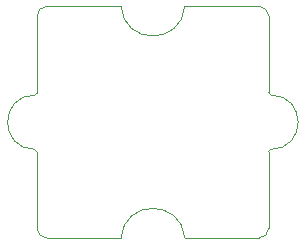
<source format=gbr>
%TF.GenerationSoftware,KiCad,Pcbnew,(6.0.7-1)-1*%
%TF.CreationDate,2022-09-12T14:25:55+08:00*%
%TF.ProjectId,0101-PUSH,30313031-2d50-4555-9348-2e6b69636164,V1.0*%
%TF.SameCoordinates,Original*%
%TF.FileFunction,Profile,NP*%
%FSLAX46Y46*%
G04 Gerber Fmt 4.6, Leading zero omitted, Abs format (unit mm)*
G04 Created by KiCad (PCBNEW (6.0.7-1)-1) date 2022-09-12 14:25:55*
%MOMM*%
%LPD*%
G01*
G04 APERTURE LIST*
%TA.AperFunction,Profile*%
%ADD10C,0.050000*%
%TD*%
G04 APERTURE END LIST*
D10*
X9600000Y19600000D02*
X3300000Y19600000D01*
X2500000Y7300000D02*
X2500000Y800000D01*
X21300000Y0D02*
G75*
G03*
X22100000Y800000I0J800000D01*
G01*
X2300000Y12100000D02*
G75*
G03*
X2500000Y12300000I0J200000D01*
G01*
X2500000Y18800000D02*
X2500000Y12300000D01*
X15000000Y19600000D02*
X21300000Y19600000D01*
X22300000Y7499999D02*
G75*
G03*
X22300000Y12100001I0J2300001D01*
G01*
X2500000Y800000D02*
G75*
G03*
X3300000Y0I800000J0D01*
G01*
X21300000Y0D02*
X15000000Y0D01*
X2300000Y12100000D02*
G75*
G03*
X2300000Y7500000I0J-2300000D01*
G01*
X22100000Y18800000D02*
X22100001Y12300000D01*
X9600000Y19600000D02*
G75*
G03*
X15000000Y19600000I2700000J200000D01*
G01*
X22100000Y18800000D02*
G75*
G03*
X21300000Y19600000I-800000J0D01*
G01*
X15000000Y0D02*
G75*
G03*
X9600000Y0I-2700000J-200000D01*
G01*
X2500000Y7300000D02*
G75*
G03*
X2300000Y7500000I-200000J0D01*
G01*
X22100000Y800000D02*
X22100001Y7300000D01*
X3300000Y0D02*
X9600000Y0D01*
X22300000Y7499999D02*
G75*
G03*
X22100001Y7300000I0J-199999D01*
G01*
X3300000Y19600000D02*
G75*
G03*
X2500000Y18800000I0J-800000D01*
G01*
X22100001Y12300000D02*
G75*
G03*
X22300000Y12100001I199999J0D01*
G01*
M02*

</source>
